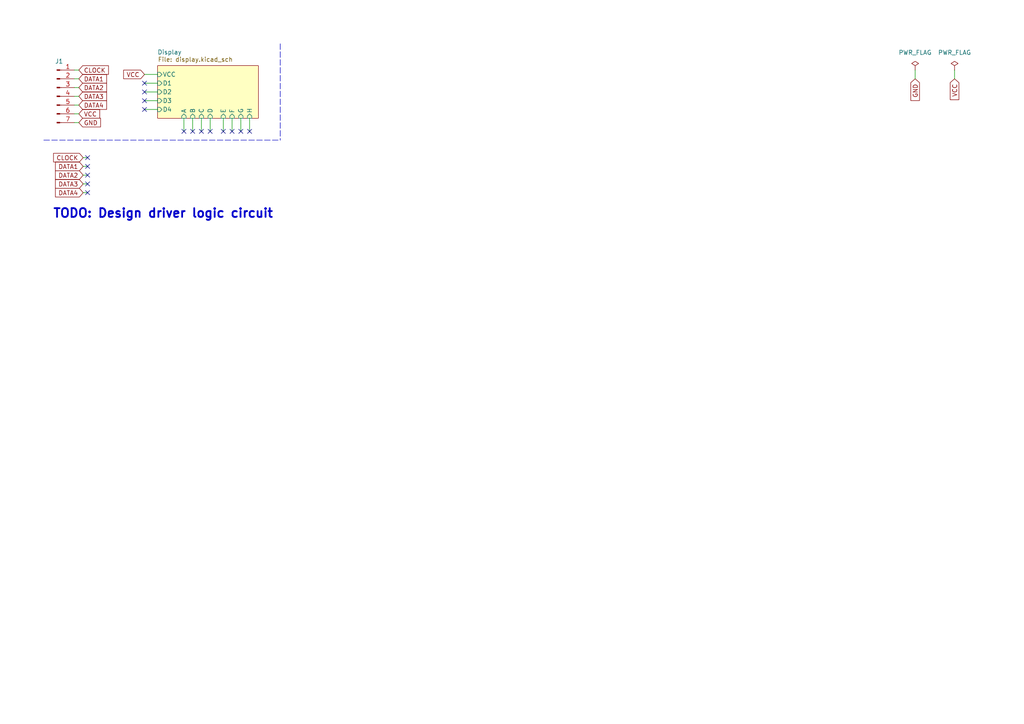
<source format=kicad_sch>
(kicad_sch (version 20211123) (generator eeschema)
  (paper "A4")
  (title_block (title "DISPLAY CONTROL TEMPLATE") (date "2022-06-04") (rev "1.0.0") (company "Poznan University of Technology"))
  (lib_symbols
    (symbol "Connector:Conn_01x07_Male" (pin_names (offset 1.016) hide)
      (property "Reference" "J" (at 0 10.16 0))
      (property "Value" "Conn_01x07_Male" (at 0 -10.16 0))
      (symbol "Conn_01x07_Male_1_1"
        (polyline (pts (xy 1.27 -7.62) (xy 0.8636 -7.62)) (stroke (width 0.1524)))
        (polyline (pts (xy 1.27 -5.08) (xy 0.8636 -5.08)) (stroke (width 0.1524)))
        (polyline (pts (xy 1.27 -2.54) (xy 0.8636 -2.54)) (stroke (width 0.1524)))
        (polyline (pts (xy 1.27 0) (xy 0.8636 0)) (stroke (width 0.1524)))
        (polyline (pts (xy 1.27 2.54) (xy 0.8636 2.54)) (stroke (width 0.1524)))
        (polyline (pts (xy 1.27 5.08) (xy 0.8636 5.08)) (stroke (width 0.1524)))
        (polyline (pts (xy 1.27 7.62) (xy 0.8636 7.62)) (stroke (width 0.1524)))
        (rectangle (start 0.8636 -7.493) (end 0 -7.747) (stroke (width 0.1524)) (fill (type outline)))
        (rectangle (start 0.8636 -4.953) (end 0 -5.207) (stroke (width 0.1524)) (fill (type outline)))
        (rectangle (start 0.8636 -2.413) (end 0 -2.667) (stroke (width 0.1524)) (fill (type outline)))
        (rectangle (start 0.8636 0.127) (end 0 -0.127) (stroke (width 0.1524)) (fill (type outline)))
        (rectangle (start 0.8636 2.667) (end 0 2.413) (stroke (width 0.1524)) (fill (type outline)))
        (rectangle (start 0.8636 5.207) (end 0 4.953) (stroke (width 0.1524)) (fill (type outline)))
        (rectangle (start 0.8636 7.747) (end 0 7.493) (stroke (width 0.1524)) (fill (type outline)))
        (pin passive line (at 5.08 7.62 180) (length 3.81) (name "Pin_1") (number "1"))
        (pin passive line (at 5.08 5.08 180) (length 3.81) (name "Pin_2") (number "2"))
        (pin passive line (at 5.08 2.54 180) (length 3.81) (name "Pin_3") (number "3"))
        (pin passive line (at 5.08 0 180) (length 3.81) (name "Pin_4") (number "4"))
        (pin passive line (at 5.08 -2.54 180) (length 3.81) (name "Pin_5") (number "5"))
        (pin passive line (at 5.08 -5.08 180) (length 3.81) (name "Pin_6") (number "6"))
        (pin passive line (at 5.08 -7.62 180) (length 3.81) (name "Pin_7") (number "7"))
      )
    )
    (symbol "power:PWR_FLAG" (power) (pin_numbers hide) (pin_names (offset 0) hide)
      (property "Value" "PWR_FLAG" (at 0 3.81 0))
      (symbol "PWR_FLAG_0_0"
        (pin power_out line (at 0 0 90) (length 0) (name "pwr") (number "1"))
      )
      (symbol "PWR_FLAG_0_1"
        (polyline (pts (xy 0 0) (xy 0 1.27) (xy -1.016 1.905) (xy 0 2.54) (xy 1.016 1.905) (xy 0 1.27)))
      )
    )
  )
  (no_connect (at 41.91 31.75))
  (no_connect (at 41.91 26.67))
  (no_connect (at 41.91 29.21))
  (no_connect (at 25.4 50.8))
  (no_connect (at 41.91 24.13))
  (no_connect (at 25.4 45.72))
  (no_connect (at 25.4 48.26))
  (no_connect (at 25.4 53.34))
  (no_connect (at 25.4 55.88))
  (no_connect (at 58.42 38.1))
  (no_connect (at 55.88 38.1))
  (no_connect (at 53.34 38.1))
  (no_connect (at 67.31 38.1))
  (no_connect (at 69.85 38.1))
  (no_connect (at 60.96 38.1))
  (no_connect (at 64.77 38.1))
  (no_connect (at 72.39 38.1))
  (wire (pts (xy 21.59 20.32) (xy 22.86 20.32)))
  (wire (pts (xy 41.91 29.21) (xy 45.72 29.21)))
  (wire (pts (xy 25.4 53.34) (xy 24.13 53.34)))
  (wire (pts (xy 21.59 30.48) (xy 22.86 30.48)))
  (wire (pts (xy 21.59 35.56) (xy 22.86 35.56)))
  (wire (pts (xy 21.59 22.86) (xy 22.86 22.86)))
  (wire (pts (xy 21.59 33.02) (xy 22.86 33.02)))
  (polyline (pts (xy 12.7 40.64) (xy 81.28 40.64)))
  (wire (pts (xy 72.39 34.29) (xy 72.39 38.1)))
  (wire (pts (xy 25.4 48.26) (xy 24.13 48.26)))
  (wire (pts (xy 55.88 34.29) (xy 55.88 38.1)))
  (wire (pts (xy 41.91 31.75) (xy 45.72 31.75)))
  (wire (pts (xy 21.59 25.4) (xy 22.86 25.4)))
  (wire (pts (xy 53.34 34.29) (xy 53.34 38.1)))
  (wire (pts (xy 64.77 34.29) (xy 64.77 38.1)))
  (wire (pts (xy 25.4 45.72) (xy 24.13 45.72)))
  (wire (pts (xy 41.91 24.13) (xy 45.72 24.13)))
  (wire (pts (xy 41.91 21.59) (xy 45.72 21.59)))
  (wire (pts (xy 265.43 20.32) (xy 265.43 22.86)))
  (wire (pts (xy 58.42 34.29) (xy 58.42 38.1)))
  (wire (pts (xy 25.4 50.8) (xy 24.13 50.8)))
  (wire (pts (xy 276.86 20.32) (xy 276.86 22.86)))
  (wire (pts (xy 21.59 27.94) (xy 22.86 27.94)))
  (wire (pts (xy 25.4 55.88) (xy 24.13 55.88)))
  (polyline (pts (xy 81.28 12.7) (xy 81.28 40.64)))
  (wire (pts (xy 67.31 34.29) (xy 67.31 38.1)))
  (wire (pts (xy 69.85 34.29) (xy 69.85 38.1)))
  (wire (pts (xy 60.96 34.29) (xy 60.96 38.1)))
  (wire (pts (xy 41.91 26.67) (xy 45.72 26.67)))
  (text "TODO: Design driver logic circuit\n" (at 15.24 63.5 0) (effects (font (size 2.54 2.54) (thickness 0.508) bold) (justify left bottom)))
  (global_label "CLOCK" (shape input) (at 22.86 20.32 0) (property "Intersheet References" "${INTERSHEET_REFS}" (effects hide)))
  (global_label "GND" (shape input) (at 22.86 35.56 0) (property "Intersheet References" "${INTERSHEET_REFS}" (effects hide)))
  (global_label "VCC" (shape input) (at 22.86 33.02 0) (property "Intersheet References" "${INTERSHEET_REFS}" (effects hide)))
  (global_label "DATA4" (shape input) (at 22.86 30.48 0) (property "Intersheet References" "${INTERSHEET_REFS}" (effects hide)))
  (global_label "DATA2" (shape input) (at 24.13 50.8 180) (property "Intersheet References" "${INTERSHEET_REFS}" (effects hide)))
  (global_label "DATA3" (shape input) (at 22.86 27.94 0) (property "Intersheet References" "${INTERSHEET_REFS}" (effects hide)))
  (global_label "VCC" (shape input) (at 276.86 22.86 270) (property "Intersheet References" "${INTERSHEET_REFS}" (effects hide)))
  (global_label "VCC" (shape input) (at 41.91 21.59 180) (property "Intersheet References" "${INTERSHEET_REFS}" (effects hide)))
  (global_label "DATA3" (shape input) (at 24.13 53.34 180) (property "Intersheet References" "${INTERSHEET_REFS}" (effects hide)))
  (global_label "DATA1" (shape input) (at 22.86 22.86 0) (property "Intersheet References" "${INTERSHEET_REFS}" (effects hide)))
  (global_label "GND" (shape input) (at 265.43 22.86 270) (property "Intersheet References" "${INTERSHEET_REFS}" (effects hide)))
  (global_label "DATA2" (shape input) (at 22.86 25.4 0) (property "Intersheet References" "${INTERSHEET_REFS}" (effects hide)))
  (global_label "DATA1" (shape input) (at 24.13 48.26 180) (property "Intersheet References" "${INTERSHEET_REFS}" (effects hide)))
  (global_label "DATA4" (shape input) (at 24.13 55.88 180) (property "Intersheet References" "${INTERSHEET_REFS}" (effects hide)))
  (global_label "CLOCK" (shape input) (at 24.13 45.72 180) (property "Intersheet References" "${INTERSHEET_REFS}" (effects hide)))
  (symbol (lib_id "power:PWR_FLAG") (at 276.86 20.32 0) (unit 1)
    (property "Reference" "#FLG0102" (effects hide))
    (property "Value" "PWR_FLAG" (at 276.86 15.24 0))
  )
  (symbol (lib_id "Connector:Conn_01x07_Male") (at 16.51 27.94 0) (unit 1)
    (property "Reference" "J1" (at 17.145 17.78 0))
    (property "Value" "Conn_01x07_Male" (effects hide))
    (property "Footprint" "Connector_PinHeader_2.54mm:PinHeader_1x07_P2.54mm_Vertical" (effects hide))
  )
  (symbol (lib_id "power:PWR_FLAG") (at 265.43 20.32 0) (unit 1)
    (property "Reference" "#FLG0101" (effects hide))
    (property "Value" "PWR_FLAG" (at 265.43 15.24 0))
  )
  (sheet (at 45.72 19.05) (size 29.21 15.24) (stroke (width 0.1524)) (fill (color 255 255 194 1.0000))
    (property "Sheet name" "Display" (at 52.705 15.875 0) (effects (justify right bottom)))
    (property "Sheet file" "display.kicad_sch" (at 67.564 16.51 0) (effects (justify right top)))
    (pin "D1" input (at 45.72 24.13 180))
    (pin "F" input (at 67.31 34.29 270))
    (pin "E" input (at 64.77 34.29 270))
    (pin "C" input (at 58.42 34.29 270))
    (pin "D" input (at 60.96 34.29 270))
    (pin "VCC" input (at 45.72 21.59 180))
    (pin "B" input (at 55.88 34.29 270))
    (pin "A" input (at 53.34 34.29 270))
    (pin "G" input (at 69.85 34.29 270))
    (pin "H" input (at 72.39 34.29 270))
    (pin "D3" input (at 45.72 29.21 180))
    (pin "D2" input (at 45.72 26.67 180))
    (pin "D4" input (at 45.72 31.75 180))
  )
)
</source>
